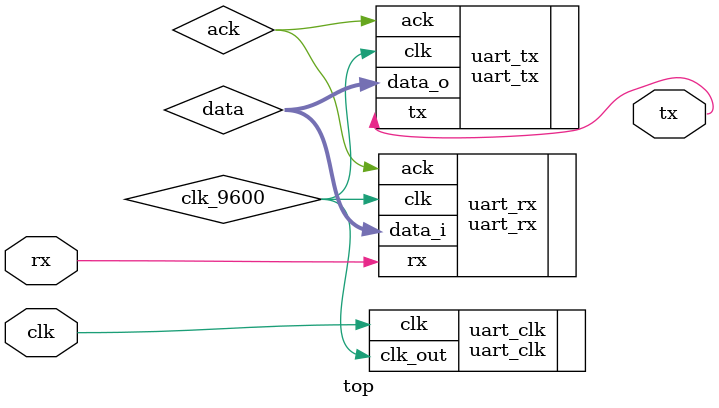
<source format=v>
`timescale 1ns / 1ps

module top(
    input clk,
    input rx,
    output tx
    );
    
    wire clk_9600;
    wire ack;
    wire [7:0] data;
    
    uart_tx uart_tx(
        .clk(clk_9600),
        .ack(ack),
        .data_o(data),
        .tx(tx)
        );
    uart_rx uart_rx(
        .clk(clk_9600),
        .rx(rx),
        .data_i(data),
        .ack(ack)
        );
    uart_clk uart_clk(
        .clk(clk),
        .clk_out(clk_9600)
        );
    
endmodule

</source>
